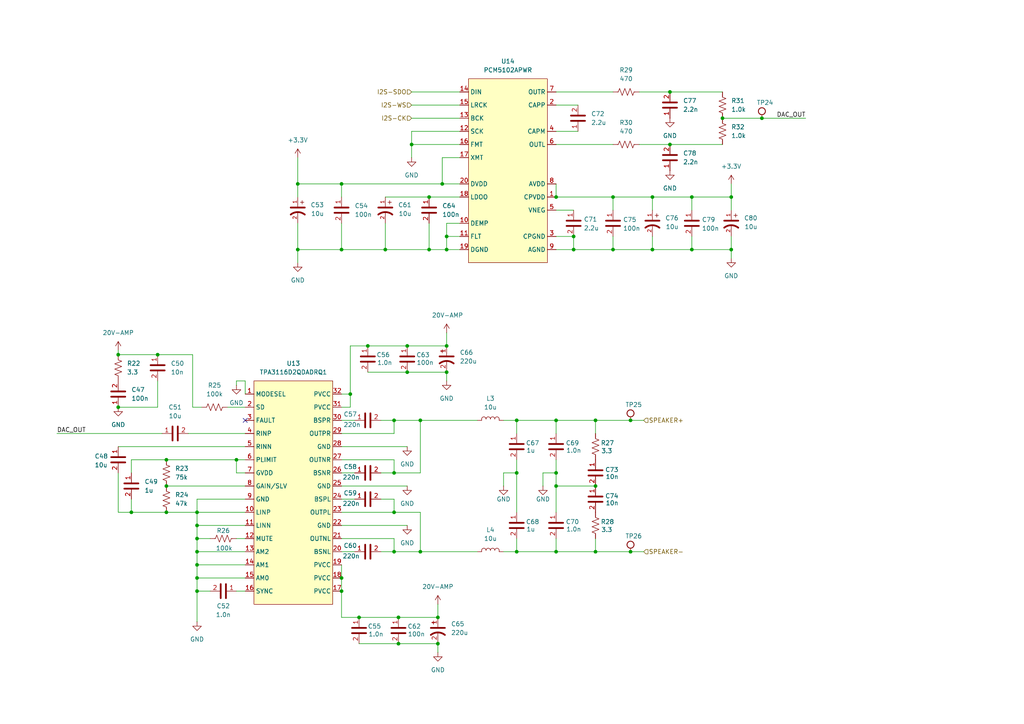
<source format=kicad_sch>
(kicad_sch (version 20250114) (generator "eeschema") (generator_version "9.0")
  (paper "A4")
  (junction (at 68.58 133.35))
  (junction (at 161.29 140.97))
  (junction (at 57.15 148.59))
  (junction (at 194.31 26.67))
  (junction (at 34.29 118.11))
  (junction (at 161.29 121.92))
  (junction (at 86.36 53.34))
  (junction (at 149.86 121.92))
  (junction (at 111.76 72.39))
  (junction (at 220.98 34.29))
  (junction (at 115.57 179.07))
  (junction (at 118.11 100.33))
  (junction (at 129.54 100.33))
  (junction (at 129.54 68.58))
  (junction (at 101.6 114.3))
  (junction (at 57.15 171.45))
  (junction (at 57.15 152.4))
  (junction (at 118.11 107.95))
  (junction (at 99.06 72.39))
  (junction (at 57.15 160.02))
  (junction (at 128.27 53.34))
  (junction (at 57.15 156.21))
  (junction (at 182.88 121.92))
  (junction (at 124.46 72.39))
  (junction (at 194.31 41.91))
  (junction (at 86.36 72.39))
  (junction (at 121.92 160.02))
  (junction (at 166.37 68.58))
  (junction (at 189.23 57.15))
  (junction (at 212.09 72.39))
  (junction (at 104.14 179.07))
  (junction (at 189.23 72.39))
  (junction (at 114.3 121.92))
  (junction (at 161.29 137.16))
  (junction (at 119.38 41.91))
  (junction (at 172.72 140.97))
  (junction (at 99.06 53.34))
  (junction (at 38.1 148.59))
  (junction (at 161.29 160.02))
  (junction (at 34.29 102.87))
  (junction (at 57.15 167.64))
  (junction (at 161.29 57.15))
  (junction (at 45.72 102.87))
  (junction (at 99.06 171.45))
  (junction (at 129.54 72.39))
  (junction (at 149.86 160.02))
  (junction (at 57.15 163.83))
  (junction (at 149.86 137.16))
  (junction (at 114.3 137.16))
  (junction (at 177.8 57.15))
  (junction (at 200.66 72.39))
  (junction (at 166.37 72.39))
  (junction (at 172.72 121.92))
  (junction (at 124.46 57.15))
  (junction (at 48.26 140.97))
  (junction (at 115.57 186.69))
  (junction (at 114.3 148.59))
  (junction (at 129.54 107.95))
  (junction (at 127 186.69))
  (junction (at 48.26 148.59))
  (junction (at 209.55 34.29))
  (junction (at 106.68 100.33))
  (junction (at 212.09 57.15))
  (junction (at 172.72 160.02))
  (junction (at 127 179.07))
  (junction (at 182.88 160.02))
  (junction (at 121.92 121.92))
  (junction (at 99.06 167.64))
  (junction (at 177.8 72.39))
  (junction (at 114.3 160.02))
  (junction (at 200.66 57.15))
  (junction (at 48.26 133.35))
  (no_connect (at 71.12 121.92))
  (wire (pts (xy 48.26 133.35) (xy 68.58 133.35)))
  (wire (pts (xy 129.54 68.58) (xy 129.54 72.39)))
  (wire (pts (xy 110.49 137.16) (xy 114.3 137.16)))
  (wire (pts (xy 172.72 121.92) (xy 172.72 125.73)))
  (wire (pts (xy 146.05 121.92) (xy 149.86 121.92)))
  (wire (pts (xy 128.27 53.34) (xy 133.35 53.34)))
  (wire (pts (xy 121.92 121.92) (xy 114.3 121.92)))
  (wire (pts (xy 129.54 64.77) (xy 129.54 68.58)))
  (wire (pts (xy 68.58 156.21) (xy 71.12 156.21)))
  (wire (pts (xy 34.29 137.16) (xy 34.29 148.59)))
  (wire (pts (xy 86.36 45.72) (xy 86.36 53.34)))
  (wire (pts (xy 172.72 160.02) (xy 182.88 160.02)))
  (wire (pts (xy 115.57 186.69) (xy 127 186.69)))
  (wire (pts (xy 34.29 102.87) (xy 45.72 102.87)))
  (wire (pts (xy 189.23 72.39) (xy 200.66 72.39)))
  (wire (pts (xy 212.09 53.34) (xy 212.09 57.15)))
  (wire (pts (xy 133.35 68.58) (xy 129.54 68.58)))
  (wire (pts (xy 99.06 121.92) (xy 102.87 121.92)))
  (wire (pts (xy 57.15 160.02) (xy 57.15 163.83)))
  (wire (pts (xy 161.29 41.91) (xy 177.8 41.91)))
  (wire (pts (xy 99.06 163.83) (xy 99.06 167.64)))
  (wire (pts (xy 114.3 144.78) (xy 114.3 148.59)))
  (wire (pts (xy 189.23 57.15) (xy 200.66 57.15)))
  (wire (pts (xy 124.46 72.39) (xy 129.54 72.39)))
  (wire (pts (xy 189.23 57.15) (xy 189.23 60.96)))
  (wire (pts (xy 209.55 34.29) (xy 220.98 34.29)))
  (wire (pts (xy 161.29 137.16) (xy 161.29 140.97)))
  (wire (pts (xy 212.09 60.96) (xy 212.09 57.15)))
  (wire (pts (xy 149.86 160.02) (xy 161.29 160.02)))
  (wire (pts (xy 16.51 125.73) (xy 46.99 125.73)))
  (wire (pts (xy 118.11 107.95) (xy 129.54 107.95)))
  (wire (pts (xy 115.57 179.07) (xy 127 179.07)))
  (wire (pts (xy 200.66 60.96) (xy 200.66 57.15)))
  (wire (pts (xy 133.35 57.15) (xy 124.46 57.15)))
  (wire (pts (xy 161.29 133.35) (xy 161.29 137.16)))
  (wire (pts (xy 121.92 121.92) (xy 138.43 121.92)))
  (wire (pts (xy 99.06 53.34) (xy 128.27 53.34)))
  (wire (pts (xy 146.05 160.02) (xy 149.86 160.02)))
  (wire (pts (xy 106.68 100.33) (xy 118.11 100.33)))
  (wire (pts (xy 101.6 118.11) (xy 101.6 114.3)))
  (wire (pts (xy 161.29 140.97) (xy 172.72 140.97)))
  (wire (pts (xy 129.54 96.52) (xy 129.54 100.33)))
  (wire (pts (xy 110.49 144.78) (xy 114.3 144.78)))
  (wire (pts (xy 101.6 100.33) (xy 106.68 100.33)))
  (wire (pts (xy 161.29 26.67) (xy 177.8 26.67)))
  (wire (pts (xy 45.72 118.11) (xy 34.29 118.11)))
  (wire (pts (xy 189.23 68.58) (xy 189.23 72.39)))
  (wire (pts (xy 114.3 137.16) (xy 121.92 137.16)))
  (wire (pts (xy 60.96 171.45) (xy 57.15 171.45)))
  (wire (pts (xy 194.31 26.67) (xy 209.55 26.67)))
  (wire (pts (xy 128.27 45.72) (xy 128.27 53.34)))
  (wire (pts (xy 121.92 137.16) (xy 121.92 121.92)))
  (wire (pts (xy 99.06 171.45) (xy 99.06 179.07)))
  (wire (pts (xy 149.86 137.16) (xy 149.86 148.59)))
  (wire (pts (xy 60.96 156.21) (xy 57.15 156.21)))
  (wire (pts (xy 161.29 140.97) (xy 161.29 148.59)))
  (wire (pts (xy 161.29 57.15) (xy 161.29 53.34)))
  (wire (pts (xy 124.46 57.15) (xy 111.76 57.15)))
  (wire (pts (xy 119.38 41.91) (xy 119.38 45.72)))
  (wire (pts (xy 86.36 64.77) (xy 86.36 72.39)))
  (wire (pts (xy 157.48 137.16) (xy 161.29 137.16)))
  (wire (pts (xy 124.46 64.77) (xy 124.46 72.39)))
  (wire (pts (xy 99.06 114.3) (xy 101.6 114.3)))
  (wire (pts (xy 114.3 148.59) (xy 121.92 148.59)))
  (wire (pts (xy 177.8 72.39) (xy 189.23 72.39)))
  (wire (pts (xy 86.36 53.34) (xy 99.06 53.34)))
  (wire (pts (xy 99.06 53.34) (xy 99.06 57.15)))
  (wire (pts (xy 161.29 160.02) (xy 172.72 160.02)))
  (wire (pts (xy 166.37 68.58) (xy 166.37 72.39)))
  (wire (pts (xy 54.61 125.73) (xy 71.12 125.73)))
  (wire (pts (xy 68.58 111.76) (xy 68.58 110.49)))
  (wire (pts (xy 200.66 72.39) (xy 212.09 72.39)))
  (wire (pts (xy 161.29 60.96) (xy 166.37 60.96)))
  (wire (pts (xy 99.06 133.35) (xy 114.3 133.35)))
  (wire (pts (xy 161.29 125.73) (xy 161.29 121.92)))
  (wire (pts (xy 45.72 102.87) (xy 55.88 102.87)))
  (wire (pts (xy 194.31 41.91) (xy 209.55 41.91)))
  (wire (pts (xy 220.98 34.29) (xy 233.68 34.29)))
  (wire (pts (xy 99.06 137.16) (xy 102.87 137.16)))
  (wire (pts (xy 121.92 160.02) (xy 138.43 160.02)))
  (wire (pts (xy 48.26 140.97) (xy 71.12 140.97)))
  (wire (pts (xy 71.12 110.49) (xy 71.12 114.3)))
  (wire (pts (xy 55.88 118.11) (xy 58.42 118.11)))
  (wire (pts (xy 177.8 57.15) (xy 177.8 60.96)))
  (wire (pts (xy 119.38 26.67) (xy 133.35 26.67)))
  (wire (pts (xy 86.36 53.34) (xy 86.36 57.15)))
  (wire (pts (xy 149.86 160.02) (xy 149.86 156.21)))
  (wire (pts (xy 119.38 34.29) (xy 133.35 34.29)))
  (wire (pts (xy 185.42 26.67) (xy 194.31 26.67)))
  (wire (pts (xy 133.35 45.72) (xy 128.27 45.72)))
  (wire (pts (xy 99.06 144.78) (xy 102.87 144.78)))
  (wire (pts (xy 182.88 160.02) (xy 186.69 160.02)))
  (wire (pts (xy 99.06 129.54) (xy 118.11 129.54)))
  (wire (pts (xy 161.29 72.39) (xy 166.37 72.39)))
  (wire (pts (xy 104.14 186.69) (xy 115.57 186.69)))
  (wire (pts (xy 114.3 160.02) (xy 110.49 160.02)))
  (wire (pts (xy 114.3 125.73) (xy 114.3 121.92)))
  (wire (pts (xy 121.92 148.59) (xy 121.92 160.02)))
  (wire (pts (xy 127 189.23) (xy 127 186.69)))
  (wire (pts (xy 38.1 133.35) (xy 38.1 137.16)))
  (wire (pts (xy 99.06 64.77) (xy 99.06 72.39)))
  (wire (pts (xy 161.29 30.48) (xy 167.64 30.48)))
  (wire (pts (xy 119.38 38.1) (xy 119.38 41.91)))
  (wire (pts (xy 127 175.26) (xy 127 179.07)))
  (wire (pts (xy 149.86 121.92) (xy 149.86 125.73)))
  (wire (pts (xy 71.12 144.78) (xy 57.15 144.78)))
  (wire (pts (xy 99.06 160.02) (xy 102.87 160.02)))
  (wire (pts (xy 66.04 118.11) (xy 71.12 118.11)))
  (wire (pts (xy 57.15 167.64) (xy 57.15 163.83)))
  (wire (pts (xy 161.29 160.02) (xy 161.29 156.21)))
  (wire (pts (xy 118.11 100.33) (xy 129.54 100.33)))
  (wire (pts (xy 57.15 171.45) (xy 57.15 167.64)))
  (wire (pts (xy 57.15 144.78) (xy 57.15 148.59)))
  (wire (pts (xy 114.3 148.59) (xy 99.06 148.59)))
  (wire (pts (xy 68.58 110.49) (xy 71.12 110.49)))
  (wire (pts (xy 161.29 121.92) (xy 149.86 121.92)))
  (wire (pts (xy 111.76 72.39) (xy 124.46 72.39)))
  (wire (pts (xy 106.68 107.95) (xy 118.11 107.95)))
  (wire (pts (xy 38.1 133.35) (xy 48.26 133.35)))
  (wire (pts (xy 71.12 160.02) (xy 57.15 160.02)))
  (wire (pts (xy 57.15 156.21) (xy 57.15 160.02)))
  (wire (pts (xy 57.15 180.34) (xy 57.15 171.45)))
  (wire (pts (xy 57.15 167.64) (xy 71.12 167.64)))
  (wire (pts (xy 110.49 121.92) (xy 114.3 121.92)))
  (wire (pts (xy 34.29 148.59) (xy 38.1 148.59)))
  (wire (pts (xy 133.35 41.91) (xy 119.38 41.91)))
  (wire (pts (xy 212.09 72.39) (xy 212.09 74.93)))
  (wire (pts (xy 55.88 102.87) (xy 55.88 118.11)))
  (wire (pts (xy 71.12 137.16) (xy 68.58 137.16)))
  (wire (pts (xy 86.36 72.39) (xy 86.36 76.2)))
  (wire (pts (xy 200.66 57.15) (xy 212.09 57.15)))
  (wire (pts (xy 57.15 152.4) (xy 57.15 156.21)))
  (wire (pts (xy 57.15 148.59) (xy 71.12 148.59)))
  (wire (pts (xy 212.09 72.39) (xy 212.09 68.58)))
  (wire (pts (xy 99.06 167.64) (xy 99.06 171.45)))
  (wire (pts (xy 161.29 68.58) (xy 166.37 68.58)))
  (wire (pts (xy 133.35 38.1) (xy 119.38 38.1)))
  (wire (pts (xy 177.8 68.58) (xy 177.8 72.39)))
  (wire (pts (xy 38.1 144.78) (xy 38.1 148.59)))
  (wire (pts (xy 133.35 64.77) (xy 129.54 64.77)))
  (wire (pts (xy 161.29 57.15) (xy 177.8 57.15)))
  (wire (pts (xy 99.06 125.73) (xy 114.3 125.73)))
  (wire (pts (xy 57.15 148.59) (xy 57.15 152.4)))
  (wire (pts (xy 68.58 133.35) (xy 71.12 133.35)))
  (wire (pts (xy 99.06 156.21) (xy 114.3 156.21)))
  (wire (pts (xy 146.05 137.16) (xy 149.86 137.16)))
  (wire (pts (xy 71.12 129.54) (xy 34.29 129.54)))
  (wire (pts (xy 86.36 72.39) (xy 99.06 72.39)))
  (wire (pts (xy 99.06 72.39) (xy 111.76 72.39)))
  (wire (pts (xy 99.06 140.97) (xy 118.11 140.97)))
  (wire (pts (xy 99.06 179.07) (xy 104.14 179.07)))
  (wire (pts (xy 149.86 133.35) (xy 149.86 137.16)))
  (wire (pts (xy 45.72 110.49) (xy 45.72 118.11)))
  (wire (pts (xy 129.54 72.39) (xy 133.35 72.39)))
  (wire (pts (xy 129.54 110.49) (xy 129.54 107.95)))
  (wire (pts (xy 111.76 64.77) (xy 111.76 72.39)))
  (wire (pts (xy 101.6 114.3) (xy 101.6 100.33)))
  (wire (pts (xy 119.38 30.48) (xy 133.35 30.48)))
  (wire (pts (xy 182.88 121.92) (xy 186.69 121.92)))
  (wire (pts (xy 57.15 152.4) (xy 71.12 152.4)))
  (wire (pts (xy 114.3 156.21) (xy 114.3 160.02)))
  (wire (pts (xy 200.66 68.58) (xy 200.66 72.39)))
  (wire (pts (xy 68.58 137.16) (xy 68.58 133.35)))
  (wire (pts (xy 157.48 137.16) (xy 157.48 140.97)))
  (wire (pts (xy 34.29 101.6) (xy 34.29 102.87)))
  (wire (pts (xy 177.8 57.15) (xy 189.23 57.15)))
  (wire (pts (xy 104.14 179.07) (xy 115.57 179.07)))
  (wire (pts (xy 48.26 148.59) (xy 57.15 148.59)))
  (wire (pts (xy 172.72 160.02) (xy 172.72 156.21)))
  (wire (pts (xy 161.29 121.92) (xy 172.72 121.92)))
  (wire (pts (xy 57.15 163.83) (xy 71.12 163.83)))
  (wire (pts (xy 114.3 133.35) (xy 114.3 137.16)))
  (wire (pts (xy 146.05 137.16) (xy 146.05 140.97)))
  (wire (pts (xy 185.42 41.91) (xy 194.31 41.91)))
  (wire (pts (xy 172.72 121.92) (xy 182.88 121.92)))
  (wire (pts (xy 161.29 38.1) (xy 167.64 38.1)))
  (wire (pts (xy 99.06 118.11) (xy 101.6 118.11)))
  (wire (pts (xy 121.92 160.02) (xy 114.3 160.02)))
  (wire (pts (xy 38.1 148.59) (xy 48.26 148.59)))
  (wire (pts (xy 68.58 171.45) (xy 71.12 171.45)))
  (wire (pts (xy 99.06 152.4) (xy 118.11 152.4)))
  (wire (pts (xy 166.37 72.39) (xy 177.8 72.39)))
  (label "DAC_OUT" (at 233.68 34.29 180))
  (label "DAC_OUT" (at 16.51 125.73 0))
  (hierarchical_label "I2S-CK" (shape input) (at 119.38 34.29 180))
  (hierarchical_label "I2S-SDO" (shape input) (at 119.38 26.67 180))
  (hierarchical_label "SPEAKER-" (shape input) (at 186.69 160.02 0))
  (hierarchical_label "I2S-WS" (shape input) (at 119.38 30.48 180))
  (hierarchical_label "SPEAKER+" (shape input) (at 186.69 121.92 0))
  (symbol (lib_id "power:GND") (at 194.31 49.53 0) (unit 1)
    (property "Reference" "#PWR098" (effects (hide yes)))
    (property "Value" "GND" (at 194.31 54.61 0))
    (property "Description" "Power symbol creates a global label with name \"GND\" , ground" (effects (hide yes)))
  )
  (symbol (lib_id "power:GND") (at 129.54 110.49 0) (unit 1)
    (property "Reference" "#PWR094" (effects (hide yes)))
    (property "Value" "GND" (at 129.54 115.57 0))
    (property "Description" "Power symbol creates a global label with name \"GND\" , ground" (effects (hide yes)))
  )
  (symbol (lib_id "BFR Capacitors:06035C104KAT2A") (at 99.06 60.96 0) (unit 1)
    (property "Reference" "C54" (at 102.87 59.6899 0) (effects (justify left)))
    (property "Value" "100n" (at 102.87 62.2299 0) (effects (justify left)))
    (property "Footprint" "Capacitor_SMD:C_0603_1608Metric_Pad1.08x0.95mm_HandSolder" (effects (hide yes)))
    (property "Description" "100nF±10% X7R 16V JLCPCB Basic 0603 Capacitor" (effects (hide yes)))
    (property "Sim.Device" "SUBCKT" (effects (hide yes)))
    (property "Sim.Pins" "1=P1 2=P2" (effects (hide yes)))
    (property "Sim.Library" "${BFRUH_DIR}/Electronics/spice_models/bfr_capacitors/06035C104KAT2A.lib" (effects (hide yes)))
    (property "Sim.Name" "06035C104KAT2A" (effects (hide yes)))
    (property "Pretty Name" "100nF 16V 0603 Capacitor" (effects (hide yes)))
    (property "Order From" "LCSC" (effects (hide yes)))
    (property "Digikey P/N" "478-KGM15BR71H104KTCT-ND" (effects (hide yes)))
    (property "Mouser P/N" "581-06035C104KAT2A" (effects (hide yes)))
    (property "LCSC P/N" "C14663" (effects (hide yes)))
    (property "JLCPCB Basic Part" "Yes" (effects (hide yes)))
    (property "Created by" "capacitor_generator.py script using capacitor_bible_spec.txt" (effects (hide yes)))
  )
  (symbol (lib_id "bfr_capacitors:CL21A225KBQNNNE") (at 166.37 64.77 0) (unit 1)
    (property "Reference" "C71" (at 169.3266 63.6209 0) (effects (justify left)))
    (property "Value" "2.2u" (at 169.3266 66.1609 0) (effects (justify left)))
    (property "Footprint" "Capacitor_SMD:C_0805_2012Metric_Pad1.18x1.45mm_HandSolder" (effects (hide yes)))
    (property "Description" "2.2uF±10% X5R 50V JLCPCB Basic 0805 Capacitor" (effects (hide yes)))
    (property "Sim.Device" "SUBCKT" (effects (hide yes)))
    (property "Sim.Pins" "1=P1 2=P2" (effects (hide yes)))
    (property "Sim.Library" "${BFRUH_DIR}/Electronics/spice_models/bfr_capacitors/CL21A225KBQNNNE.lib" (effects (hide yes)))
    (property "Sim.Name" "CL21A225KBQNNNE" (effects (hide yes)))
    (property "Pretty Name" "2.2uF X5R 50V 0805 Capacitor" (effects (hide yes)))
    (property "Order From" "LCSC" (effects (hide yes)))
    (property "LCSC P/N" "C377773" (effects (hide yes)))
    (property "JLCPCB Basic Part" "Yes" (effects (hide yes)))
    (property "Created by" "capacitor_generator.py script using jlcbasic_additional_capacitor_spec.txt" (effects (hide yes)))
    (property "LCSC Part #" "C377773" (effects (hide yes)))
  )
  (symbol (lib_name "TAJA106K016RNJ_1") (lib_id ".Capacitor-Polarized:TAJA106K016RNJ") (at 189.23 68.58 270) (mirror x) (unit 1)
    (property "Reference" "C76" (at 196.85 63.246 90) (effects (justify right)))
    (property "Value" "10u" (at 196.85 65.786 90) (effects (justify right)))
    (property "Footprint" "Capacitor_THT:CP_Radial_D10.0mm_P5.00mm" (effects (hide yes)))
    (property "Datasheet" "https://industrial.panasonic.com/cdbs/www-data/pdf/RDF0000/ABA0000C1024.pdf" (effects (hide yes)))
    (property "Description" "10uF 400V electrolytic capacitor" (effects (hide yes)))
    (property "Manufacturer" "Panasonic" (effects (hide yes)))
    (property "Manufacturer P/N" "EEU-EB2G100PF " (effects (hide yes)))
    (property "Mouser P/N" "667-EEU-EB2G100PF " (effects (hide yes)))
  )
  (symbol (lib_id "bfr_capacitors:08055A103JAT2A") (at 172.72 144.78 0) (unit 1)
    (property "Reference" "C74" (at 175.514 143.129 0) (effects (justify left top)))
    (property "Value" "10n" (at 175.641 145.161 0) (effects (justify left top)))
    (property "Footprint" "Capacitor_SMD:C_0805_2012Metric_Pad1.18x1.45mm_HandSolder" (effects (hide yes)))
    (property "Description" "10nF±10% X7R 50V JLCPCB Basic 0805 Capacitor" (effects (hide yes)))
    (property "Sim.Device" "SUBCKT" (effects (hide yes)))
    (property "Sim.Pins" "1=P1 2=P2" (effects (hide yes)))
    (property "Sim.Library" "${BFRUH_DIR}/Electronics/spice_models/bfr_capacitors/08055A103JAT2A.lib" (effects (hide yes)))
    (property "Sim.Name" "08055A103JAT2A" (effects (hide yes)))
    (property "Pretty Name" "10nF 50V 0805 Capacitor" (effects (hide yes)))
    (property "Order From" "LCSC" (effects (hide yes)))
    (property "Digikey P/N" "478-KGM21ACG1H103JUCT-ND" (effects (hide yes)))
    (property "Mouser P/N" "581-08055A103JAT2A" (effects (hide yes)))
    (property "LCSC P/N" "C1710" (effects (hide yes)))
    (property "JLCPCB Basic Part" "Yes" (effects (hide yes)))
    (property "Created by" "capacitor_generator.py script using capacitor_bible_spec.txt" (effects (hide yes)))
    (property "LCSC Part #" "C1710" (effects (hide yes)))
  )
  (symbol (lib_id "BFR Capacitors:06035A222JAT2A") (at 194.31 45.72 180) (unit 1)
    (property "Reference" "C78" (at 198.12 44.4499 0) (effects (justify right)))
    (property "Value" "2.2n" (at 198.12 46.9899 0) (effects (justify right)))
    (property "Footprint" "Capacitor_SMD:C_0603_1608Metric_Pad1.08x0.95mm_HandSolder" (effects (hide yes)))
    (property "Description" "2.2nF±10% X7R 50V JLCPCB Basic 0603 Capacitor" (effects (hide yes)))
    (property "Sim.Device" "SUBCKT" (effects (hide yes)))
    (property "Sim.Pins" "1=P1 2=P2" (effects (hide yes)))
    (property "Sim.Library" "${BFRUH_DIR}/Electronics/spice_models/bfr_capacitors/06035A222JAT2A.lib" (effects (hide yes)))
    (property "Sim.Name" "06035A222JAT2A" (effects (hide yes)))
    (property "Pretty Name" "2.2nF 50V 0603 Capacitor" (effects (hide yes)))
    (property "Order From" "LCSC" (effects (hide yes)))
    (property "Digikey P/N" "478-KGM15BCG1H222JTCT-ND" (effects (hide yes)))
    (property "Mouser P/N" "581-06035A222JAT2A" (effects (hide yes)))
    (property "LCSC P/N" "C1604" (effects (hide yes)))
    (property "JLCPCB Basic Part" "Yes" (effects (hide yes)))
    (property "Created by" "capacitor_generator.py script using capacitor_bible_spec.txt" (effects (hide yes)))
  )
  (symbol (lib_id ".Test-Point:RH-5015") (at 220.98 34.29 0) (unit 1)
    (property "Reference" "TP24" (at 219.4568 29.0337 0) (effects (justify left top)))
    (property "Value" "RH-5015" (effects (hide yes)))
    (property "Footprint" "TestPoint:TestPoint_Keystone_5015_Micro_Mini" (effects (hide yes)))
    (property "Datasheet" "https://wmsc.lcsc.com/wmsc/upload/file/pdf/v2/lcsc/2310260935_ronghe-RH-5015_C5199798.pdf" (effects (hide yes)))
    (property "Description" "Surface-mount grabby test point" (effects (hide yes)))
    (property "Link" "https://jlcpcb.com/partdetail/Ronghe-RH5015/C5199798" (effects (hide yes)))
    (property "Digikey P/N" "36-5015CT-ND" (effects (hide yes)))
    (property "Mouser P/N" "534-5015" (effects (hide yes)))
    (property "LCSC P/N" "C5199798" (effects (hide yes)))
    (property "Manufacturer" "Ronghe" (effects (hide yes)))
    (property "Manufacturer P/N" "RH-5015" (effects (hide yes)))
    (property "LCSC Part #" "C5199798" (effects (hide yes)))
  )
  (symbol (lib_id "BFR Capacitors:35ZLH220MEFC8X11.5") (at 129.54 104.14 0) (unit 1)
    (property "Reference" "C66" (at 133.35 102.2349 0) (effects (justify left)))
    (property "Value" "220u" (at 133.35 104.7749 0) (effects (justify left)))
    (property "Footprint" "Capacitor_THT:CP_Radial_D10.0mm_P5.00mm" (effects (hide yes)))
    (property "Datasheet" "https://industrial.panasonic.com/cdbs/www-data/pdf/RDF0000/ABA0000C1018.pdf" (effects (hide yes)))
    (property "Description" "220uF 50V Through-hole Electrolytic Capacitor" (effects (hide yes)))
    (property "Order From" "Mouser" (effects (hide yes)))
    (property "P/N" "EEU-FM1H221B " (effects (hide yes)))
    (property "Mouser P/N" "667-EEU-FM1H221B " (effects (hide yes)))
  )
  (symbol (lib_id "power:VDD") (at 129.54 96.52 0) (unit 1)
    (property "Reference" "#PWR093" (effects (hide yes)))
    (property "Value" "20V-AMP" (at 129.794 91.44 0))
    (property "Description" "Power symbol creates a global label with name \"VDD\"" (effects (hide yes)))
  )
  (symbol (lib_id "BFR Capacitors:CL10A105KB8NNNC") (at 38.1 140.97 0) (unit 1)
    (property "Reference" "C49" (at 41.91 139.6999 0) (effects (justify left)))
    (property "Value" "1u" (at 41.91 142.2399 0) (effects (justify left)))
    (property "Footprint" "Capacitor_SMD:C_0603_1608Metric_Pad1.08x0.95mm_HandSolder" (effects (hide yes)))
    (property "Description" "1uF±10% X5R 50V JLCPCB Basic 0603 Capacitor" (effects (hide yes)))
    (property "Sim.Device" "SUBCKT" (effects (hide yes)))
    (property "Sim.Pins" "1=P1 2=P2" (effects (hide yes)))
    (property "Sim.Library" "${BFRUH_DIR}/Electronics/spice_models/bfr_capacitors/CL10A105KB8NNNC.lib" (effects (hide yes)))
    (property "Sim.Name" "CL10A105KB8NNNC" (effects (hide yes)))
    (property "Pretty Name" "1uF X5R 50V 0603 Capacitor" (effects (hide yes)))
    (property "Order From" "LCSC" (effects (hide yes)))
    (property "LCSC P/N" "C15849" (effects (hide yes)))
    (property "JLCPCB Basic Part" "Yes" (effects (hide yes)))
    (property "Created by" "capacitor_generator.py script using jlcbasic_additional_capacitor_spec.txt" (effects (hide yes)))
  )
  (symbol (lib_name "TAJA106K016RNJ_1") (lib_id ".Capacitor-Polarized:TAJA106K016RNJ") (at 86.36 64.77 270) (mirror x) (unit 1)
    (property "Reference" "C53" (at 93.98 59.436 90) (effects (justify right)))
    (property "Value" "10u" (at 93.98 61.976 90) (effects (justify right)))
    (property "Footprint" "Capacitor_THT:CP_Radial_D10.0mm_P5.00mm" (effects (hide yes)))
    (property "Datasheet" "https://industrial.panasonic.com/cdbs/www-data/pdf/RDF0000/ABA0000C1024.pdf" (effects (hide yes)))
    (property "Description" "10uF 400V electrolytic capacitor" (effects (hide yes)))
    (property "Manufacturer" "Panasonic" (effects (hide yes)))
    (property "Manufacturer P/N" "EEU-EB2G100PF " (effects (hide yes)))
    (property "Mouser P/N" "667-EEU-EB2G100PF " (effects (hide yes)))
  )
  (symbol (lib_id "BFR Resistors:RMCF0603FT470R") (at 181.61 41.91 0) (unit 1)
    (property "Reference" "R30" (at 181.61 35.56 0))
    (property "Value" "470" (at 181.61 38.1 0))
    (property "Footprint" "Resistor_SMD:R_0603_1608Metric_Pad0.98x0.95mm_HandSolder" (effects (hide yes)))
    (property "Datasheet" "https://www.seielect.com/catalog/sei-rmcf_rmcp.pdf" (effects (hide yes)))
    (property "Description" "470Ω 0603 JLCPCB Basic Resistor" (effects (hide yes)))
    (property "Sim.Device" "SUBCKT" (effects (hide yes)))
    (property "Sim.Pins" "1=P1 2=P2" (effects (hide yes)))
    (property "Sim.Library" "${BFRUH_DIR}/Electronics/spice_models/bfr_resistors/RMCF0603FT470R.lib" (effects (hide yes)))
    (property "Sim.Name" "RMCF0603FT470R" (effects (hide yes)))
    (property "Pretty Name" "470Ω 0603 Resistor" (effects (hide yes)))
    (property "Order From" "LCSC" (effects (hide yes)))
    (property "Digikey P/N" "RMCF0603FT470RCT-ND" (effects (hide yes)))
    (property "Mouser P/N" "708-RMCF0603FT470R" (effects (hide yes)))
    (property "LCSC P/N" "C23179" (effects (hide yes)))
    (property "JLCPCB Basic Part" "Yes" (effects (hide yes)))
    (property "Created by" "resistor_generator.py script using e24_resistor_bible_spec.txt" (effects (hide yes)))
  )
  (symbol (lib_id "power:GND") (at 127 189.23 0) (unit 1)
    (property "Reference" "#PWR092" (effects (hide yes)))
    (property "Value" "GND" (at 127 194.31 0))
    (property "Description" "Power symbol creates a global label with name \"GND\" , ground" (effects (hide yes)))
  )
  (symbol (lib_id "BFR Capacitors:06035C224KAT2A") (at 106.68 160.02 90) (unit 1)
    (property "Reference" "C60" (at 101.6 158.242 90))
    (property "Value" "220n" (at 101.854 161.29 90))
    (property "Footprint" "Capacitor_SMD:C_0603_1608Metric_Pad1.08x0.95mm_HandSolder" (effects (hide yes)))
    (property "Description" "220nF±10% X7R 16V JLCPCB Basic 0603 Capacitor" (effects (hide yes)))
    (property "Sim.Device" "SUBCKT" (effects (hide yes)))
    (property "Sim.Pins" "1=P1 2=P2" (effects (hide yes)))
    (property "Sim.Library" "${BFRUH_DIR}/Electronics/spice_models/bfr_capacitors/06035C224KAT2A.lib" (effects (hide yes)))
    (property "Sim.Name" "06035C224KAT2A" (effects (hide yes)))
    (property "Pretty Name" "220nF 16V 0603 Capacitor" (effects (hide yes)))
    (property "Order From" "LCSC" (effects (hide yes)))
    (property "Digikey P/N" "478-KGM15BR71H224KTCT-ND" (effects (hide yes)))
    (property "Mouser P/N" "581-06035C224KAT2A" (effects (hide yes)))
    (property "LCSC P/N" "C21120" (effects (hide yes)))
    (property "JLCPCB Basic Part" "Yes" (effects (hide yes)))
    (property "Created by" "capacitor_generator.py script using capacitor_bible_spec.txt" (effects (hide yes)))
  )
  (symbol (lib_id "BFR Capacitors:VJ0603Y103KXAAC") (at 45.72 106.68 0) (unit 1)
    (property "Reference" "C50" (at 49.53 105.4099 0) (effects (justify left)))
    (property "Value" "10n" (at 49.53 107.9499 0) (effects (justify left)))
    (property "Footprint" "Capacitor_SMD:C_0603_1608Metric_Pad1.08x0.95mm_HandSolder" (effects (hide yes)))
    (property "Description" "10nF±10% X7R 25V JLCPCB Basic 0603 Capacitor" (effects (hide yes)))
    (property "Sim.Device" "SUBCKT" (effects (hide yes)))
    (property "Sim.Pins" "1=P1 2=P2" (effects (hide yes)))
    (property "Sim.Library" "${BFRUH_DIR}/Electronics/spice_models/bfr_capacitors/VJ0603Y103KXAAC.lib" (effects (hide yes)))
    (property "Sim.Name" "VJ0603Y103KXAAC" (effects (hide yes)))
    (property "Pretty Name" "10nF 25V 0603 Capacitor" (effects (hide yes)))
    (property "Order From" "LCSC" (effects (hide yes)))
    (property "Digikey P/N" "720-1376-1-ND" (effects (hide yes)))
    (property "Mouser P/N" "77-VJ0603Y103KXAAC" (effects (hide yes)))
    (property "LCSC P/N" "C57112" (effects (hide yes)))
    (property "JLCPCB Basic Part" "Yes" (effects (hide yes)))
    (property "Created by" "capacitor_generator.py script using capacitor_bible_spec.txt" (effects (hide yes)))
  )
  (symbol (lib_id ".Test-Point:RH-5015") (at 182.88 160.02 0) (unit 1)
    (property "Reference" "TP26" (at 181.3568 154.7637 0) (effects (justify left top)))
    (property "Value" "RH-5015" (effects (hide yes)))
    (property "Footprint" "TestPoint:TestPoint_Keystone_5015_Micro_Mini" (effects (hide yes)))
    (property "Datasheet" "https://wmsc.lcsc.com/wmsc/upload/file/pdf/v2/lcsc/2310260935_ronghe-RH-5015_C5199798.pdf" (effects (hide yes)))
    (property "Description" "Surface-mount grabby test point" (effects (hide yes)))
    (property "Link" "https://jlcpcb.com/partdetail/Ronghe-RH5015/C5199798" (effects (hide yes)))
    (property "Digikey P/N" "36-5015CT-ND" (effects (hide yes)))
    (property "Mouser P/N" "534-5015" (effects (hide yes)))
    (property "LCSC P/N" "C5199798" (effects (hide yes)))
    (property "Manufacturer" "Ronghe" (effects (hide yes)))
    (property "Manufacturer P/N" "RH-5015" (effects (hide yes)))
    (property "LCSC Part #" "C5199798" (effects (hide yes)))
  )
  (symbol (lib_id "power:GND") (at 34.29 118.11 0) (unit 1)
    (property "Reference" "#PWR082" (effects (hide yes)))
    (property "Value" "GND" (at 34.29 123.19 0))
    (property "Description" "Power symbol creates a global label with name \"GND\" , ground" (effects (hide yes)))
  )
  (symbol (lib_id ".Test-Point:RH-5015") (at 182.88 121.92 0) (unit 1)
    (property "Reference" "TP25" (at 181.3568 116.6637 0) (effects (justify left top)))
    (property "Value" "RH-5015" (effects (hide yes)))
    (property "Footprint" "TestPoint:TestPoint_Keystone_5015_Micro_Mini" (effects (hide yes)))
    (property "Datasheet" "https://wmsc.lcsc.com/wmsc/upload/file/pdf/v2/lcsc/2310260935_ronghe-RH-5015_C5199798.pdf" (effects (hide yes)))
    (property "Description" "Surface-mount grabby test point" (effects (hide yes)))
    (property "Link" "https://jlcpcb.com/partdetail/Ronghe-RH5015/C5199798" (effects (hide yes)))
    (property "Digikey P/N" "36-5015CT-ND" (effects (hide yes)))
    (property "Mouser P/N" "534-5015" (effects (hide yes)))
    (property "LCSC P/N" "C5199798" (effects (hide yes)))
    (property "Manufacturer" "Ronghe" (effects (hide yes)))
    (property "Manufacturer P/N" "RH-5015" (effects (hide yes)))
    (property "LCSC Part #" "C5199798" (effects (hide yes)))
  )
  (symbol (lib_id "bfr_resistors:RMCF0805FT3R30") (at 172.72 152.4 90) (unit 1)
    (property "Reference" "R28" (at 174.244 150.622 90) (effects (justify right bottom)))
    (property "Value" "3.3" (at 174.371 152.908 90) (effects (justify right bottom)))
    (property "Footprint" "Resistor_SMD:R_0805_2012Metric_Pad1.20x1.40mm_HandSolder" (effects (hide yes)))
    (property "Datasheet" "https://www.seielect.com/catalog/sei-rmcf_rmcp.pdf" (effects (hide yes)))
    (property "Description" "3.3Ω 0805 Resistor" (effects (hide yes)))
    (property "Sim.Device" "SUBCKT" (effects (hide yes)))
    (property "Sim.Pins" "1=P1 2=P2" (effects (hide yes)))
    (property "Sim.Library" "${BFRUH_DIR}/Electronics/spice_models/bfr_resistors/RMCF0805FT3R30.lib" (effects (hide yes)))
    (property "Sim.Name" "RMCF0805FT3R30" (effects (hide yes)))
    (property "Pretty Name" "3.3Ω 0805 Resistor" (effects (hide yes)))
    (property "Order From" "Mouser" (effects (hide yes)))
    (property "Digikey P/N" "RMCF0805FT3R30CT-ND" (effects (hide yes)))
    (property "Mouser P/N" "708-RMCF0805FT3R30" (effects (hide yes)))
    (property "LCSC P/N" "C16257" (effects (hide yes)))
    (property "JLCPCB Basic Part" "No" (effects (hide yes)))
    (property "Created by" "resistor_generator.py script using e24_resistor_bible_spec.txt" (effects (hide yes)))
    (property "LCSC Part #" "C16257" (effects (hide yes)))
  )
  (symbol (lib_id "power:+3.3V") (at 86.36 45.72 0) (unit 1)
    (property "Reference" "#PWR085" (effects (hide yes)))
    (property "Value" "+3.3V" (at 86.36 40.64 0))
    (property "Description" "Power symbol creates a global label with name \"+3.3V\"" (effects (hide yes)))
  )
  (symbol (lib_id "BFR Resistors:RMCF0603FT1K00") (at 209.55 38.1 90) (unit 1)
    (property "Reference" "R32" (at 212.09 36.8299 90) (effects (justify right)))
    (property "Value" "1.0k" (at 212.09 39.3699 90) (effects (justify right)))
    (property "Footprint" "Resistor_SMD:R_0603_1608Metric_Pad0.98x0.95mm_HandSolder" (effects (hide yes)))
    (property "Datasheet" "https://www.seielect.com/catalog/sei-rmcf_rmcp.pdf" (effects (hide yes)))
    (property "Description" "1.0kΩ 0603 JLCPCB Basic Resistor" (effects (hide yes)))
    (property "Sim.Device" "SUBCKT" (effects (hide yes)))
    (property "Sim.Pins" "1=P1 2=P2" (effects (hide yes)))
    (property "Sim.Library" "${BFRUH_DIR}/Electronics/spice_models/bfr_resistors/RMCF0603FT1K00.lib" (effects (hide yes)))
    (property "Sim.Name" "RMCF0603FT1K00" (effects (hide yes)))
    (property "Pretty Name" "1.0kΩ 0603 Resistor" (effects (hide yes)))
    (property "Order From" "LCSC" (effects (hide yes)))
    (property "Digikey P/N" "RMCF0603FT1K00CT-ND" (effects (hide yes)))
    (property "Mouser P/N" "708-RMCF0603FT1K00" (effects (hide yes)))
    (property "LCSC P/N" "C21190" (effects (hide yes)))
    (property "JLCPCB Basic Part" "Yes" (effects (hide yes)))
    (property "Created by" "resistor_generator.py script using e24_resistor_bible_spec.txt" (effects (hide yes)))
  )
  (symbol (lib_id "bfr_capacitors:08055C102JAT4A") (at 161.29 129.54 0) (unit 1)
    (property "Reference" "C69" (at 164.084 127.762 0) (effects (justify left top)))
    (property "Value" "1.0n" (at 164.211 129.921 0) (effects (justify left top)))
    (property "Footprint" "Capacitor_SMD:C_0805_2012Metric_Pad1.18x1.45mm_HandSolder" (effects (hide yes)))
    (property "Description" "1.0nF±10% X7R 50V JLCPCB Basic 0805 Capacitor" (effects (hide yes)))
    (property "Sim.Device" "SUBCKT" (effects (hide yes)))
    (property "Sim.Pins" "1=P1 2=P2" (effects (hide yes)))
    (property "Sim.Library" "${BFRUH_DIR}/Electronics/spice_models/bfr_capacitors/08055C102JAT4A.lib" (effects (hide yes)))
    (property "Sim.Name" "08055C102JAT4A" (effects (hide yes)))
    (property "Pretty Name" "1.0nF 50V 0805 Capacitor" (effects (hide yes)))
    (property "Order From" "LCSC" (effects (hide yes)))
    (property "Digikey P/N" "478-KGM21NR71H102JMCT-ND" (effects (hide yes)))
    (property "Mouser P/N" "581-08055C102JAT4A" (effects (hide yes)))
    (property "LCSC P/N" "C46653" (effects (hide yes)))
    (property "JLCPCB Basic Part" "Yes" (effects (hide yes)))
    (property "Created by" "capacitor_generator.py script using capacitor_bible_spec.txt" (effects (hide yes)))
    (property "LCSC Part #" "C46653" (effects (hide yes)))
  )
  (symbol (lib_id "bfr_capacitors:08055C102JAT4A") (at 104.14 182.88 0) (unit 1)
    (property "Reference" "C55" (at 106.6658 180.9239 0) (effects (justify left top)))
    (property "Value" "1.0n" (at 106.845 183.2085 0) (effects (justify left top)))
    (property "Footprint" "Capacitor_SMD:C_0805_2012Metric_Pad1.18x1.45mm_HandSolder" (effects (hide yes)))
    (property "Description" "1.0nF±10% X7R 50V JLCPCB Basic 0805 Capacitor" (effects (hide yes)))
    (property "Sim.Device" "SUBCKT" (effects (hide yes)))
    (property "Sim.Pins" "1=P1 2=P2" (effects (hide yes)))
    (property "Sim.Library" "${BFRUH_DIR}/Electronics/spice_models/bfr_capacitors/08055C102JAT4A.lib" (effects (hide yes)))
    (property "Sim.Name" "08055C102JAT4A" (effects (hide yes)))
    (property "Pretty Name" "1.0nF 50V 0805 Capacitor" (effects (hide yes)))
    (property "Order From" "LCSC" (effects (hide yes)))
    (property "Digikey P/N" "478-KGM21NR71H102JMCT-ND" (effects (hide yes)))
    (property "Mouser P/N" "581-08055C102JAT4A" (effects (hide yes)))
    (property "LCSC P/N" "C46653" (effects (hide yes)))
    (property "JLCPCB Basic Part" "Yes" (effects (hide yes)))
    (property "Created by" "capacitor_generator.py script using capacitor_bible_spec.txt" (effects (hide yes)))
    (property "LCSC Part #" "C46653" (effects (hide yes)))
  )
  (symbol (lib_id "BFR Capacitors:MLASE168BB7225KTNA01") (at 167.64 34.29 180) (unit 1)
    (property "Reference" "C72" (at 171.45 33.0199 0) (effects (justify right)))
    (property "Value" "2.2u" (at 171.45 35.5599 0) (effects (justify right)))
    (property "Footprint" "Capacitor_SMD:C_0603_1608Metric_Pad1.08x0.95mm_HandSolder" (effects (hide yes)))
    (property "Description" "2.2uF±10% X7R 6.3V JLCPCB Basic 0603 Capacitor" (effects (hide yes)))
    (property "Sim.Device" "SUBCKT" (effects (hide yes)))
    (property "Sim.Pins" "1=P1 2=P2" (effects (hide yes)))
    (property "Sim.Library" "${BFRUH_DIR}/Electronics/spice_models/bfr_capacitors/MLASE168BB7225KTNA01.lib" (effects (hide yes)))
    (property "Sim.Name" "MLASE168BB7225KTNA01" (effects (hide yes)))
    (property "Pretty Name" "2.2uF 6.3V 0603 Capacitor" (effects (hide yes)))
    (property "Order From" "LCSC" (effects (hide yes)))
    (property "Mouser P/N" "963-MLASE168BB7225KT" (effects (hide yes)))
    (property "LCSC P/N" "C23630" (effects (hide yes)))
    (property "JLCPCB Basic Part" "Yes" (effects (hide yes)))
    (property "Created by" "capacitor_generator.py script using capacitor_bible_spec.txt" (effects (hide yes)))
  )
  (symbol (lib_id "bfr_capacitors:08051C104KAT4A") (at 118.11 104.14 0) (unit 1)
    (property "Reference" "C63" (at 120.745 102.2104 0) (effects (justify left top)))
    (property "Value" "100n" (at 120.8122 104.4458 0) (effects (justify left top)))
    (property "Footprint" "Capacitor_SMD:C_0805_2012Metric_Pad1.18x1.45mm_HandSolder" (effects (hide yes)))
    (property "Description" "100nF±10% X7R 25V JLCPCB Basic 0805 Capacitor" (effects (hide yes)))
    (property "Sim.Device" "SUBCKT" (effects (hide yes)))
    (property "Sim.Pins" "1=P1 2=P2" (effects (hide yes)))
    (property "Sim.Library" "${BFRUH_DIR}/Electronics/spice_models/bfr_capacitors/08051C104KAT4A.lib" (effects (hide yes)))
    (property "Sim.Name" "08051C104KAT4A" (effects (hide yes)))
    (property "Pretty Name" "100nF 25V 0805 Capacitor" (effects (hide yes)))
    (property "Order From" "LCSC" (effects (hide yes)))
    (property "Mouser P/N" "581-08051C104KAT4A" (effects (hide yes)))
    (property "LCSC P/N" "C28233" (effects (hide yes)))
    (property "JLCPCB Basic Part" "Yes" (effects (hide yes)))
    (property "Created by" "capacitor_generator.py script using capacitor_bible_spec.txt" (effects (hide yes)))
    (property "LCSC Part #" "C28233" (effects (hide yes)))
  )
  (symbol (lib_id "BFR Capacitors:06035C104KAT2A") (at 124.46 60.96 0) (unit 1)
    (property "Reference" "C64" (at 128.27 59.6899 0) (effects (justify left)))
    (property "Value" "100n" (at 128.27 62.2299 0) (effects (justify left)))
    (property "Footprint" "Capacitor_SMD:C_0603_1608Metric_Pad1.08x0.95mm_HandSolder" (effects (hide yes)))
    (property "Description" "100nF±10% X7R 16V JLCPCB Basic 0603 Capacitor" (effects (hide yes)))
    (property "Sim.Device" "SUBCKT" (effects (hide yes)))
    (property "Sim.Pins" "1=P1 2=P2" (effects (hide yes)))
    (property "Sim.Library" "${BFRUH_DIR}/Electronics/spice_models/bfr_capacitors/06035C104KAT2A.lib" (effects (hide yes)))
    (property "Sim.Name" "06035C104KAT2A" (effects (hide yes)))
    (property "Pretty Name" "100nF 16V 0603 Capacitor" (effects (hide yes)))
    (property "Order From" "LCSC" (effects (hide yes)))
    (property "Digikey P/N" "478-KGM15BR71H104KTCT-ND" (effects (hide yes)))
    (property "Mouser P/N" "581-06035C104KAT2A" (effects (hide yes)))
    (property "LCSC P/N" "C14663" (effects (hide yes)))
    (property "JLCPCB Basic Part" "Yes" (effects (hide yes)))
    (property "Created by" "capacitor_generator.py script using capacitor_bible_spec.txt" (effects (hide yes)))
  )
  (symbol (lib_id "BFR Capacitors:06035A222JAT2A") (at 194.31 30.48 180) (unit 1)
    (property "Reference" "C77" (at 198.12 29.2099 0) (effects (justify right)))
    (property "Value" "2.2n" (at 198.12 31.7499 0) (effects (justify right)))
    (property "Footprint" "Capacitor_SMD:C_0603_1608Metric_Pad1.08x0.95mm_HandSolder" (effects (hide yes)))
    (property "Description" "2.2nF±10% X7R 50V JLCPCB Basic 0603 Capacitor" (effects (hide yes)))
    (property "Sim.Device" "SUBCKT" (effects (hide yes)))
    (property "Sim.Pins" "1=P1 2=P2" (effects (hide yes)))
    (property "Sim.Library" "${BFRUH_DIR}/Electronics/spice_models/bfr_capacitors/06035A222JAT2A.lib" (effects (hide yes)))
    (property "Sim.Name" "06035A222JAT2A" (effects (hide yes)))
    (property "Pretty Name" "2.2nF 50V 0603 Capacitor" (effects (hide yes)))
    (property "Order From" "LCSC" (effects (hide yes)))
    (property "Digikey P/N" "478-KGM15BCG1H222JTCT-ND" (effects (hide yes)))
    (property "Mouser P/N" "581-06035A222JAT2A" (effects (hide yes)))
    (property "LCSC P/N" "C1604" (effects (hide yes)))
    (property "JLCPCB Basic Part" "Yes" (effects (hide yes)))
    (property "Created by" "capacitor_generator.py script using capacitor_bible_spec.txt" (effects (hide yes)))
  )
  (symbol (lib_id "BFR Resistors:RMCF0603FT470R") (at 181.61 26.67 0) (unit 1)
    (property "Reference" "R29" (at 181.61 20.32 0))
    (property "Value" "470" (at 181.61 22.86 0))
    (property "Footprint" "Resistor_SMD:R_0603_1608Metric_Pad0.98x0.95mm_HandSolder" (effects (hide yes)))
    (property "Datasheet" "https://www.seielect.com/catalog/sei-rmcf_rmcp.pdf" (effects (hide yes)))
    (property "Description" "470Ω 0603 JLCPCB Basic Resistor" (effects (hide yes)))
    (property "Sim.Device" "SUBCKT" (effects (hide yes)))
    (property "Sim.Pins" "1=P1 2=P2" (effects (hide yes)))
    (property "Sim.Library" "${BFRUH_DIR}/Electronics/spice_models/bfr_resistors/RMCF0603FT470R.lib" (effects (hide yes)))
    (property "Sim.Name" "RMCF0603FT470R" (effects (hide yes)))
    (property "Pretty Name" "470Ω 0603 Resistor" (effects (hide yes)))
    (property "Order From" "LCSC" (effects (hide yes)))
    (property "Digikey P/N" "RMCF0603FT470RCT-ND" (effects (hide yes)))
    (property "Mouser P/N" "708-RMCF0603FT470R" (effects (hide yes)))
    (property "LCSC P/N" "C23179" (effects (hide yes)))
    (property "JLCPCB Basic Part" "Yes" (effects (hide yes)))
    (property "Created by" "resistor_generator.py script using e24_resistor_bible_spec.txt" (effects (hide yes)))
  )
  (symbol (lib_id "power:VDD") (at 127 175.26 0) (unit 1)
    (property "Reference" "#PWR091" (effects (hide yes)))
    (property "Value" "20V-AMP" (at 127 170.18 0))
    (property "Description" "Power symbol creates a global label with name \"VDD\"" (effects (hide yes)))
  )
  (symbol (lib_id "power:GND") (at 118.11 152.4 0) (unit 1)
    (property "Reference" "#PWR089" (effects (hide yes)))
    (property "Value" "GND" (at 118.11 157.48 0))
    (property "Description" "Power symbol creates a global label with name \"GND\" , ground" (effects (hide yes)))
  )
  (symbol (lib_id "power:GND") (at 86.36 76.2 0) (unit 1)
    (property "Reference" "#PWR086" (effects (hide yes)))
    (property "Value" "GND" (at 86.36 81.28 0))
    (property "Description" "Power symbol creates a global label with name \"GND\" , ground" (effects (hide yes)))
  )
  (symbol (lib_id "power:GND") (at 157.48 140.97 0) (unit 1)
    (property "Reference" "#PWR096" (effects (hide yes)))
    (property "Value" "GND" (at 157.48 144.78 0))
    (property "Description" "Power symbol creates a global label with name \"GND\" , ground" (effects (hide yes)))
  )
  (symbol (lib_id "bfr_capacitors:08055A103JAT2A") (at 172.72 137.16 0) (unit 1)
    (property "Reference" "C73" (at 175.514 135.509 0) (effects (justify left top)))
    (property "Value" "10n" (at 175.641 137.541 0) (effects (justify left top)))
    (property "Footprint" "Capacitor_SMD:C_0805_2012Metric_Pad1.18x1.45mm_HandSolder" (effects (hide yes)))
    (property "Description" "10nF±10% X7R 50V JLCPCB Basic 0805 Capacitor" (effects (hide yes)))
    (property "Sim.Device" "SUBCKT" (effects (hide yes)))
    (property "Sim.Pins" "1=P1 2=P2" (effects (hide yes)))
    (property "Sim.Library" "${BFRUH_DIR}/Electronics/spice_models/bfr_capacitors/08055A103JAT2A.lib" (effects (hide yes)))
    (property "Sim.Name" "08055A103JAT2A" (effects (hide yes)))
    (property "Pretty Name" "10nF 50V 0805 Capacitor" (effects (hide yes)))
    (property "Order From" "LCSC" (effects (hide yes)))
    (property "Digikey P/N" "478-KGM21ACG1H103JUCT-ND" (effects (hide yes)))
    (property "Mouser P/N" "581-08055A103JAT2A" (effects (hide yes)))
    (property "LCSC P/N" "C1710" (effects (hide yes)))
    (property "JLCPCB Basic Part" "Yes" (effects (hide yes)))
    (property "Created by" "capacitor_generator.py script using capacitor_bible_spec.txt" (effects (hide yes)))
    (property "LCSC Part #" "C1710" (effects (hide yes)))
  )
  (symbol (lib_id "power:GND") (at 194.31 34.29 0) (unit 1)
    (property "Reference" "#PWR097" (effects (hide yes)))
    (property "Value" "GND" (at 194.31 39.37 0))
    (property "Description" "Power symbol creates a global label with name \"GND\" , ground" (effects (hide yes)))
  )
  (symbol (lib_id "BFR Capacitors:06035C224KAT2A") (at 106.68 121.92 90) (unit 1)
    (property "Reference" "C57" (at 101.6 120.142 90))
    (property "Value" "220n" (at 102.108 123.19 90))
    (property "Footprint" "Capacitor_SMD:C_0603_1608Metric_Pad1.08x0.95mm_HandSolder" (effects (hide yes)))
    (property "Description" "220nF±10% X7R 16V JLCPCB Basic 0603 Capacitor" (effects (hide yes)))
    (property "Sim.Device" "SUBCKT" (effects (hide yes)))
    (property "Sim.Pins" "1=P1 2=P2" (effects (hide yes)))
    (property "Sim.Library" "${BFRUH_DIR}/Electronics/spice_models/bfr_capacitors/06035C224KAT2A.lib" (effects (hide yes)))
    (property "Sim.Name" "06035C224KAT2A" (effects (hide yes)))
    (property "Pretty Name" "220nF 16V 0603 Capacitor" (effects (hide yes)))
    (property "Order From" "LCSC" (effects (hide yes)))
    (property "Digikey P/N" "478-KGM15BR71H224KTCT-ND" (effects (hide yes)))
    (property "Mouser P/N" "581-06035C224KAT2A" (effects (hide yes)))
    (property "LCSC P/N" "C21120" (effects (hide yes)))
    (property "JLCPCB Basic Part" "Yes" (effects (hide yes)))
    (property "Created by" "capacitor_generator.py script using capacitor_bible_spec.txt" (effects (hide yes)))
  )
  (symbol (lib_name "TAJA106K016RNJ_1") (lib_id ".Capacitor-Polarized:TAJA106K016RNJ") (at 111.76 64.77 270) (mirror x) (unit 1)
    (property "Reference" "C61" (at 119.38 59.436 90) (effects (justify right)))
    (property "Value" "10u" (at 119.38 61.976 90) (effects (justify right)))
    (property "Footprint" "Capacitor_THT:CP_Radial_D10.0mm_P5.00mm" (effects (hide yes)))
    (property "Datasheet" "https://industrial.panasonic.com/cdbs/www-data/pdf/RDF0000/ABA0000C1024.pdf" (effects (hide yes)))
    (property "Description" "10uF 400V electrolytic capacitor" (effects (hide yes)))
    (property "Manufacturer" "Panasonic" (effects (hide yes)))
    (property "Manufacturer P/N" "EEU-EB2G100PF " (effects (hide yes)))
    (property "Mouser P/N" "667-EEU-EB2G100PF " (effects (hide yes)))
  )
  (symbol (lib_id "bfr_capacitors:CL10A105KB8NNNC") (at 149.86 129.54 0) (unit 1)
    (property "Reference" "C67" (at 152.527 127.762 0) (effects (justify left top)))
    (property "Value" "1u" (at 152.654 129.921 0) (effects (justify left top)))
    (property "Footprint" "Capacitor_SMD:C_0603_1608Metric_Pad1.08x0.95mm_HandSolder" (effects (hide yes)))
    (property "Description" "1uF±10% X5R 50V JLCPCB Basic 0603 Capacitor" (effects (hide yes)))
    (property "Sim.Device" "SUBCKT" (effects (hide yes)))
    (property "Sim.Pins" "1=P1 2=P2" (effects (hide yes)))
    (property "Sim.Library" "${BFRUH_DIR}/Electronics/spice_models/bfr_capacitors/CL10A105KB8NNNC.lib" (effects (hide yes)))
    (property "Sim.Name" "CL10A105KB8NNNC" (effects (hide yes)))
    (property "Pretty Name" "1uF X5R 50V 0603 Capacitor" (effects (hide yes)))
    (property "Order From" "LCSC" (effects (hide yes)))
    (property "LCSC P/N" "C15849" (effects (hide yes)))
    (property "JLCPCB Basic Part" "Yes" (effects (hide yes)))
    (property "Created by" "capacitor_generator.py script using jlcbasic_additional_capacitor_spec.txt" (effects (hide yes)))
    (property "LCSC Part #" "C15849" (effects (hide yes)))
  )
  (symbol (lib_id "BFR Resistors:RMCF0603FT75K0") (at 48.26 137.16 90) (unit 1)
    (property "Reference" "R23" (at 50.8 135.8899 90) (effects (justify right)))
    (property "Value" "75k" (at 50.8 138.4299 90) (effects (justify right)))
    (property "Footprint" "Resistor_SMD:R_0603_1608Metric_Pad0.98x0.95mm_HandSolder" (effects (hide yes)))
    (property "Datasheet" "https://www.seielect.com/catalog/sei-rmcf_rmcp.pdf" (effects (hide yes)))
    (property "Description" "75kΩ 0603 JLCPCB Basic Resistor" (effects (hide yes)))
    (property "Sim.Device" "SUBCKT" (effects (hide yes)))
    (property "Sim.Pins" "1=P1 2=P2" (effects (hide yes)))
    (property "Sim.Library" "${BFRUH_DIR}/Electronics/spice_models/bfr_resistors/RMCF0603FT75K0.lib" (effects (hide yes)))
    (property "Sim.Name" "RMCF0603FT75K0" (effects (hide yes)))
    (property "Pretty Name" "75kΩ 0603 Resistor" (effects (hide yes)))
    (property "Order From" "LCSC" (effects (hide yes)))
    (property "Digikey P/N" "RMCF0603FT75K0CT-ND" (effects (hide yes)))
    (property "Mouser P/N" "708-RMCF0603FT75K0" (effects (hide yes)))
    (property "LCSC P/N" "C23242" (effects (hide yes)))
    (property "JLCPCB Basic Part" "Yes" (effects (hide yes)))
    (property "Created by" "resistor_generator.py script using e24_resistor_bible_spec.txt" (effects (hide yes)))
  )
  (symbol (lib_id "BFR Capacitors:06035C224KAT2A") (at 106.68 137.16 90) (unit 1)
    (property "Reference" "C58" (at 101.6 135.382 90))
    (property "Value" "220n" (at 101.854 138.43 90))
    (property "Footprint" "Capacitor_SMD:C_0603_1608Metric_Pad1.08x0.95mm_HandSolder" (effects (hide yes)))
    (property "Description" "220nF±10% X7R 16V JLCPCB Basic 0603 Capacitor" (effects (hide yes)))
    (property "Sim.Device" "SUBCKT" (effects (hide yes)))
    (property "Sim.Pins" "1=P1 2=P2" (effects (hide yes)))
    (property "Sim.Library" "${BFRUH_DIR}/Electronics/spice_models/bfr_capacitors/06035C224KAT2A.lib" (effects (hide yes)))
    (property "Sim.Name" "06035C224KAT2A" (effects (hide yes)))
    (property "Pretty Name" "220nF 16V 0603 Capacitor" (effects (hide yes)))
    (property "Order From" "LCSC" (effects (hide yes)))
    (property "Digikey P/N" "478-KGM15BR71H224KTCT-ND" (effects (hide yes)))
    (property "Mouser P/N" "581-06035C224KAT2A" (effects (hide yes)))
    (property "LCSC P/N" "C21120" (effects (hide yes)))
    (property "JLCPCB Basic Part" "Yes" (effects (hide yes)))
    (property "Created by" "capacitor_generator.py script using capacitor_bible_spec.txt" (effects (hide yes)))
  )
  (symbol (lib_id "power:GND") (at 146.05 140.97 0) (unit 1)
    (property "Reference" "#PWR095" (effects (hide yes)))
    (property "Value" "GND" (at 146.05 144.78 0))
    (property "Description" "Power symbol creates a global label with name \"GND\" , ground" (effects (hide yes)))
  )
  (symbol (lib_id "power:GND") (at 118.11 129.54 0) (unit 1)
    (property "Reference" "#PWR087" (effects (hide yes)))
    (property "Value" "GND" (at 118.11 134.62 0))
    (property "Description" "Power symbol creates a global label with name \"GND\" , ground" (effects (hide yes)))
  )
  (symbol (lib_id "bfr_capacitors:08055C102JAT4A") (at 161.29 152.4 0) (unit 1)
    (property "Reference" "C70" (at 164.084 150.622 0) (effects (justify left top)))
    (property "Value" "1.0n" (at 164.211 152.781 0) (effects (justify left top)))
    (property "Footprint" "Capacitor_SMD:C_0805_2012Metric_Pad1.18x1.45mm_HandSolder" (effects (hide yes)))
    (property "Description" "1.0nF±10% X7R 50V JLCPCB Basic 0805 Capacitor" (effects (hide yes)))
    (property "Sim.Device" "SUBCKT" (effects (hide yes)))
    (property "Sim.Pins" "1=P1 2=P2" (effects (hide yes)))
    (property "Sim.Library" "${BFRUH_DIR}/Electronics/spice_models/bfr_capacitors/08055C102JAT4A.lib" (effects (hide yes)))
    (property "Sim.Name" "08055C102JAT4A" (effects (hide yes)))
    (property "Pretty Name" "1.0nF 50V 0805 Capacitor" (effects (hide yes)))
    (property "Order From" "LCSC" (effects (hide yes)))
    (property "Digikey P/N" "478-KGM21NR71H102JMCT-ND" (effects (hide yes)))
    (property "Mouser P/N" "581-08055C102JAT4A" (effects (hide yes)))
    (property "LCSC P/N" "C46653" (effects (hide yes)))
    (property "JLCPCB Basic Part" "Yes" (effects (hide yes)))
    (property "Created by" "capacitor_generator.py script using capacitor_bible_spec.txt" (effects (hide yes)))
    (property "LCSC Part #" "C46653" (effects (hide yes)))
  )
  (symbol (lib_id "power:GND") (at 212.09 74.93 0) (unit 1)
    (property "Reference" "#PWR0100" (effects (hide yes)))
    (property "Value" "GND" (at 212.09 80.01 0))
    (property "Description" "Power symbol creates a global label with name \"GND\" , ground" (effects (hide yes)))
  )
  (symbol (lib_id "power:+3.3V") (at 212.09 53.34 0) (unit 1)
    (property "Reference" "#PWR099" (effects (hide yes)))
    (property "Value" "+3.3V" (at 212.09 48.26 0))
    (property "Description" "Power symbol creates a global label with name \"+3.3V\"" (effects (hide yes)))
  )
  (symbol (lib_id "power:GND") (at 119.38 45.72 0) (unit 1)
    (property "Reference" "#PWR090" (effects (hide yes)))
    (property "Value" "GND" (at 119.38 50.8 0))
    (property "Description" "Power symbol creates a global label with name \"GND\" , ground" (effects (hide yes)))
  )
  (symbol (lib_id "BFR Capacitors:35ZLH220MEFC8X11.5") (at 127 182.88 0) (unit 1)
    (property "Reference" "C65" (at 130.81 180.9749 0) (effects (justify left)))
    (property "Value" "220u" (at 130.81 183.5149 0) (effects (justify left)))
    (property "Footprint" "Capacitor_THT:CP_Radial_D10.0mm_P5.00mm" (effects (hide yes)))
    (property "Datasheet" "https://industrial.panasonic.com/cdbs/www-data/pdf/RDF0000/ABA0000C1018.pdf" (effects (hide yes)))
    (property "Description" "220uF 50V Through-hole Electrolytic Capacitor" (effects (hide yes)))
    (property "Order From" "Mouser" (effects (hide yes)))
    (property "P/N" "EEU-FM1H221B " (effects (hide yes)))
    (property "Mouser P/N" "667-EEU-FM1H221B " (effects (hide yes)))
  )
  (symbol (lib_id "power:VDD") (at 34.29 101.6 0) (unit 1)
    (property "Reference" "#PWR081" (effects (hide yes)))
    (property "Value" "20V-AMP" (at 34.29 96.52 0))
    (property "Description" "Power symbol creates a global label with name \"VDD\"" (effects (hide yes)))
  )
  (symbol (lib_id "bfr_capacitors:08055C102JAT4A") (at 106.68 104.14 0) (unit 1)
    (property "Reference" "C56" (at 109.2058 102.1839 0) (effects (justify left top)))
    (property "Value" "1.0n" (at 109.385 104.4685 0) (effects (justify left top)))
    (property "Footprint" "Capacitor_SMD:C_0805_2012Metric_Pad1.18x1.45mm_HandSolder" (effects (hide yes)))
    (property "Description" "1.0nF±10% X7R 50V JLCPCB Basic 0805 Capacitor" (effects (hide yes)))
    (property "Sim.Device" "SUBCKT" (effects (hide yes)))
    (property "Sim.Pins" "1=P1 2=P2" (effects (hide yes)))
    (property "Sim.Library" "${BFRUH_DIR}/Electronics/spice_models/bfr_capacitors/08055C102JAT4A.lib" (effects (hide yes)))
    (property "Sim.Name" "08055C102JAT4A" (effects (hide yes)))
    (property "Pretty Name" "1.0nF 50V 0805 Capacitor" (effects (hide yes)))
    (property "Order From" "LCSC" (effects (hide yes)))
    (property "Digikey P/N" "478-KGM21NR71H102JMCT-ND" (effects (hide yes)))
    (property "Mouser P/N" "581-08055C102JAT4A" (effects (hide yes)))
    (property "LCSC P/N" "C46653" (effects (hide yes)))
    (property "JLCPCB Basic Part" "Yes" (effects (hide yes)))
    (property "Created by" "capacitor_generator.py script using capacitor_bible_spec.txt" (effects (hide yes)))
    (property "LCSC Part #" "C46653" (effects (hide yes)))
  )
  (symbol (lib_id "TPA3116D2QDADRQ1_Audio_Amp:TPA3116D2QDADRQ1") (at 85.09 106.68 0) (unit 1)
    (property "Reference" "U13" (at 85.09 105.41 0))
    (property "Value" "TPA3116D2QDADRQ1" (at 85.09 107.95 0))
    (property "Footprint" "TPA3116D2QDADRQ1:Untitled" (effects (hide yes)))
    (property "Datasheet" "https://www.ti.com/lit/ds/symlink/tpa3116d2-q1.pdf?ts=1732828531445&ref_url=https%253A%252F%252Fwww.ti.com%252Fproduct%252FTPA3116D2-Q1%252Fpart-details%252FTPA3116D2QDADRQ1" (effects (hide yes)))
    (property "Mouser P/N" "595-TPA3116D2QDADRQ1 " (effects (hide yes)))
    (property "LCSC P/N" "C2872892" (effects (hide yes)))
  )
  (symbol (lib_id "BFR Capacitors:06035C102J4Z2A") (at 64.77 171.45 270) (unit 1)
    (property "Reference" "C52" (at 64.77 175.768 90))
    (property "Value" "1.0n" (at 64.77 178.308 90))
    (property "Footprint" "Capacitor_SMD:C_0603_1608Metric_Pad1.08x0.95mm_HandSolder" (effects (hide yes)))
    (property "Description" "1.0nF±10% X7R 50V JLCPCB Basic 0603 Capacitor" (effects (hide yes)))
    (property "Sim.Device" "SUBCKT" (effects (hide yes)))
    (property "Sim.Pins" "1=P1 2=P2" (effects (hide yes)))
    (property "Sim.Library" "${BFRUH_DIR}/Electronics/spice_models/bfr_capacitors/06035C102J4Z2A.lib" (effects (hide yes)))
    (property "Sim.Name" "06035C102J4Z2A" (effects (hide yes)))
    (property "Pretty Name" "1.0nF 50V 0603 Capacitor" (effects (hide yes)))
    (property "Order From" "LCSC" (effects (hide yes)))
    (property "Mouser P/N" "581-06035C102J4Z2A" (effects (hide yes)))
    (property "LCSC P/N" "C1588" (effects (hide yes)))
    (property "JLCPCB Basic Part" "Yes" (effects (hide yes)))
    (property "Created by" "capacitor_generator.py script using capacitor_bible_spec.txt" (effects (hide yes)))
  )
  (symbol (lib_id "BFR Capacitors:CL10A106KP8NNNC") (at 50.8 125.73 90) (unit 1)
    (property "Reference" "C51" (at 50.8 118.11 90))
    (property "Value" "10u" (at 50.8 120.65 90))
    (property "Footprint" "Capacitor_SMD:C_0603_1608Metric_Pad1.08x0.95mm_HandSolder" (effects (hide yes)))
    (property "Description" "10uF±10% X5R 10V JLCPCB Basic 0603 Capacitor" (effects (hide yes)))
    (property "Sim.Device" "SUBCKT" (effects (hide yes)))
    (property "Sim.Pins" "1=P1 2=P2" (effects (hide yes)))
    (property "Sim.Library" "${BFRUH_DIR}/Electronics/spice_models/bfr_capacitors/CL10A106KP8NNNC.lib" (effects (hide yes)))
    (property "Sim.Name" "CL10A106KP8NNNC" (effects (hide yes)))
    (property "Pretty Name" "10uF X5R 10V 0603 Capacitor" (effects (hide yes)))
    (property "Order From" "LCSC" (effects (hide yes)))
    (property "LCSC P/N" "C19702" (effects (hide yes)))
    (property "JLCPCB Basic Part" "Yes" (effects (hide yes)))
    (property "Created by" "capacitor_generator.py script using jlcbasic_additional_capacitor_spec.txt" (effects (hide yes)))
  )
  (symbol (lib_name "TAJA106K016RNJ_1") (lib_id ".Capacitor-Polarized:TAJA106K016RNJ") (at 212.09 68.58 270) (mirror x) (unit 1)
    (property "Reference" "C80" (at 219.71 63.246 90) (effects (justify right)))
    (property "Value" "10u" (at 219.71 65.786 90) (effects (justify right)))
    (property "Footprint" "Capacitor_THT:CP_Radial_D10.0mm_P5.00mm" (effects (hide yes)))
    (property "Datasheet" "https://industrial.panasonic.com/cdbs/www-data/pdf/RDF0000/ABA0000C1024.pdf" (effects (hide yes)))
    (property "Description" "10uF 400V electrolytic capacitor" (effects (hide yes)))
    (property "Manufacturer" "Panasonic" (effects (hide yes)))
    (property "Manufacturer P/N" "EEU-EB2G100PF " (effects (hide yes)))
    (property "Mouser P/N" "667-EEU-EB2G100PF " (effects (hide yes)))
  )
  (symbol (lib_id "bfr_resistors:RMCF0805FT3R30") (at 172.72 129.54 90) (unit 1)
    (property "Reference" "R27" (at 174.244 127.762 90) (effects (justify right bottom)))
    (property "Value" "3.3" (at 174.371 130.048 90) (effects (justify right bottom)))
    (property "Footprint" "Resistor_SMD:R_0805_2012Metric_Pad1.20x1.40mm_HandSolder" (effects (hide yes)))
    (property "Datasheet" "https://www.seielect.com/catalog/sei-rmcf_rmcp.pdf" (effects (hide yes)))
    (property "Description" "3.3Ω 0805 Resistor" (effects (hide yes)))
    (property "Sim.Device" "SUBCKT" (effects (hide yes)))
    (property "Sim.Pins" "1=P1 2=P2" (effects (hide yes)))
    (property "Sim.Library" "${BFRUH_DIR}/Electronics/spice_models/bfr_resistors/RMCF0805FT3R30.lib" (effects (hide yes)))
    (property "Sim.Name" "RMCF0805FT3R30" (effects (hide yes)))
    (property "Pretty Name" "3.3Ω 0805 Resistor" (effects (hide yes)))
    (property "Order From" "Mouser" (effects (hide yes)))
    (property "Digikey P/N" "RMCF0805FT3R30CT-ND" (effects (hide yes)))
    (property "Mouser P/N" "708-RMCF0805FT3R30" (effects (hide yes)))
    (property "LCSC P/N" "C16257" (effects (hide yes)))
    (property "JLCPCB Basic Part" "No" (effects (hide yes)))
    (property "Created by" "resistor_generator.py script using e24_resistor_bible_spec.txt" (effects (hide yes)))
    (property "LCSC Part #" "C16257" (effects (hide yes)))
  )
  (symbol (lib_id "BFR Resistors:RMCF0603FT3R30") (at 34.29 106.68 90) (unit 1)
    (property "Reference" "R22" (at 36.83 105.4099 90) (effects (justify right)))
    (property "Value" "3.3" (at 36.83 107.9499 90) (effects (justify right)))
    (property "Footprint" "Resistor_SMD:R_0603_1608Metric_Pad0.98x0.95mm_HandSolder" (effects (hide yes)))
    (property "Datasheet" "https://www.seielect.com/catalog/sei-rmcf_rmcp.pdf" (effects (hide yes)))
    (property "Description" "3.3Ω 0603 Resistor" (effects (hide yes)))
    (property "Sim.Device" "SUBCKT" (effects (hide yes)))
    (property "Sim.Pins" "1=P1 2=P2" (effects (hide yes)))
    (property "Sim.Library" "${BFRUH_DIR}/Electronics/spice_models/bfr_resistors/RMCF0603FT3R30.lib" (effects (hide yes)))
    (property "Sim.Name" "RMCF0603FT3R30" (effects (hide yes)))
    (property "Pretty Name" "3.3Ω 0603 Resistor" (effects (hide yes)))
    (property "Order From" "Mouser" (effects (hide yes)))
    (property "Digikey P/N" "RMCF0603FT3R30CT-ND" (effects (hide yes)))
    (property "Mouser P/N" "708-RMCF0603FT3R30" (effects (hide yes)))
    (property "LCSC P/N" "C22979" (effects (hide yes)))
    (property "JLCPCB Basic Part" "No" (effects (hide yes)))
    (property "Created by" "resistor_generator.py script using e24_resistor_bible_spec.txt" (effects (hide yes)))
  )
  (symbol (lib_id "BFR Resistors:RMCF0603FT1K00") (at 209.55 30.48 90) (unit 1)
    (property "Reference" "R31" (at 212.09 29.2099 90) (effects (justify right)))
    (property "Value" "1.0k" (at 212.09 31.7499 90) (effects (justify right)))
    (property "Footprint" "Resistor_SMD:R_0603_1608Metric_Pad0.98x0.95mm_HandSolder" (effects (hide yes)))
    (property "Datasheet" "https://www.seielect.com/catalog/sei-rmcf_rmcp.pdf" (effects (hide yes)))
    (property "Description" "1.0kΩ 0603 JLCPCB Basic Resistor" (effects (hide yes)))
    (property "Sim.Device" "SUBCKT" (effects (hide yes)))
    (property "Sim.Pins" "1=P1 2=P2" (effects (hide yes)))
    (property "Sim.Library" "${BFRUH_DIR}/Electronics/spice_models/bfr_resistors/RMCF0603FT1K00.lib" (effects (hide yes)))
    (property "Sim.Name" "RMCF0603FT1K00" (effects (hide yes)))
    (property "Pretty Name" "1.0kΩ 0603 Resistor" (effects (hide yes)))
    (property "Order From" "LCSC" (effects (hide yes)))
    (property "Digikey P/N" "RMCF0603FT1K00CT-ND" (effects (hide yes)))
    (property "Mouser P/N" "708-RMCF0603FT1K00" (effects (hide yes)))
    (property "LCSC P/N" "C21190" (effects (hide yes)))
    (property "JLCPCB Basic Part" "Yes" (effects (hide yes)))
    (property "Created by" "resistor_generator.py script using e24_resistor_bible_spec.txt" (effects (hide yes)))
  )
  (symbol (lib_id "BFR Capacitors:06035C104KAT2A") (at 34.29 114.3 180) (unit 1)
    (property "Reference" "C47" (at 38.1 113.0299 0) (effects (justify right)))
    (property "Value" "100n" (at 38.1 115.5699 0) (effects (justify right)))
    (property "Footprint" "Capacitor_SMD:C_0603_1608Metric_Pad1.08x0.95mm_HandSolder" (effects (hide yes)))
    (property "Description" "100nF±10% X7R 16V JLCPCB Basic 0603 Capacitor" (effects (hide yes)))
    (property "Sim.Device" "SUBCKT" (effects (hide yes)))
    (property "Sim.Pins" "1=P1 2=P2" (effects (hide yes)))
    (property "Sim.Library" "${BFRUH_DIR}/Electronics/spice_models/bfr_capacitors/06035C104KAT2A.lib" (effects (hide yes)))
    (property "Sim.Name" "06035C104KAT2A" (effects (hide yes)))
    (property "Pretty Name" "100nF 16V 0603 Capacitor" (effects (hide yes)))
    (property "Order From" "LCSC" (effects (hide yes)))
    (property "Digikey P/N" "478-KGM15BR71H104KTCT-ND" (effects (hide yes)))
    (property "Mouser P/N" "581-06035C104KAT2A" (effects (hide yes)))
    (property "LCSC P/N" "C14663" (effects (hide yes)))
    (property "JLCPCB Basic Part" "Yes" (effects (hide yes)))
    (property "Created by" "capacitor_generator.py script using capacitor_bible_spec.txt" (effects (hide yes)))
  )
  (symbol (lib_id "power:GND") (at 68.58 111.76 0) (unit 1)
    (property "Reference" "#PWR084" (effects (hide yes)))
    (property "Value" "GND" (at 68.58 116.84 0))
    (property "Description" "Power symbol creates a global label with name \"GND\" , ground" (effects (hide yes)))
  )
  (symbol (lib_id "power:GND") (at 57.15 180.34 0) (unit 1)
    (property "Reference" "#PWR083" (effects (hide yes)))
    (property "Value" "GND" (at 57.15 185.42 0))
    (property "Description" "Power symbol creates a global label with name \"GND\" , ground" (effects (hide yes)))
  )
  (symbol (lib_id "BFR Resistors:RMCF0603FT100K") (at 62.23 118.11 180) (unit 1)
    (property "Reference" "R25" (at 62.23 111.76 0))
    (property "Value" "100k" (at 62.23 114.3 0))
    (property "Footprint" "Resistor_SMD:R_0603_1608Metric_Pad0.98x0.95mm_HandSolder" (effects (hide yes)))
    (property "Datasheet" "https://www.seielect.com/catalog/sei-rmcf_rmcp.pdf" (effects (hide yes)))
    (property "Description" "100kΩ 0603 JLCPCB Basic Resistor" (effects (hide yes)))
    (property "Sim.Device" "SUBCKT" (effects (hide yes)))
    (property "Sim.Pins" "1=P1 2=P2" (effects (hide yes)))
    (property "Sim.Library" "${BFRUH_DIR}/Electronics/spice_models/bfr_resistors/RMCF0603FT100K.lib" (effects (hide yes)))
    (property "Sim.Name" "RMCF0603FT100K" (effects (hide yes)))
    (property "Pretty Name" "100kΩ 0603 Resistor" (effects (hide yes)))
    (property "Order From" "LCSC" (effects (hide yes)))
    (property "Digikey P/N" "RMCF0603FT100KCT-ND" (effects (hide yes)))
    (property "Mouser P/N" "708-RMCF0603FT100K" (effects (hide yes)))
    (property "LCSC P/N" "C25803" (effects (hide yes)))
    (property "JLCPCB Basic Part" "Yes" (effects (hide yes)))
    (property "Created by" "resistor_generator.py script using e24_resistor_bible_spec.txt" (effects (hide yes)))
  )
  (symbol (lib_id "BFR Capacitors:CL10A106KP8NNNC") (at 34.29 133.35 0) (unit 1)
    (property "Reference" "C48" (at 27.432 132.334 0) (effects (justify left)))
    (property "Value" "10u" (at 27.432 134.874 0) (effects (justify left)))
    (property "Footprint" "Capacitor_SMD:C_0603_1608Metric_Pad1.08x0.95mm_HandSolder" (effects (hide yes)))
    (property "Description" "10uF±10% X5R 10V JLCPCB Basic 0603 Capacitor" (effects (hide yes)))
    (property "Sim.Device" "SUBCKT" (effects (hide yes)))
    (property "Sim.Pins" "1=P1 2=P2" (effects (hide yes)))
    (property "Sim.Library" "${BFRUH_DIR}/Electronics/spice_models/bfr_capacitors/CL10A106KP8NNNC.lib" (effects (hide yes)))
    (property "Sim.Name" "CL10A106KP8NNNC" (effects (hide yes)))
    (property "Pretty Name" "10uF X5R 10V 0603 Capacitor" (effects (hide yes)))
    (property "Order From" "LCSC" (effects (hide yes)))
    (property "LCSC P/N" "C19702" (effects (hide yes)))
    (property "JLCPCB Basic Part" "Yes" (effects (hide yes)))
    (property "Created by" "capacitor_generator.py script using jlcbasic_additional_capacitor_spec.txt" (effects (hide yes)))
  )
  (symbol (lib_id "bfr_capacitors:08051C104KAT4A") (at 200.66 64.77 0) (mirror y) (unit 1)
    (property "Reference" "C79" (at 203.5696 63.706 0) (effects (justify right)))
    (property "Value" "100n" (at 203.5696 66.246 0) (effects (justify right)))
    (property "Footprint" "Capacitor_SMD:C_0805_2012Metric_Pad1.18x1.45mm_HandSolder" (effects (hide yes)))
    (property "Description" "100nF±10% X7R 25V JLCPCB Basic 0805 Capacitor" (effects (hide yes)))
    (property "Sim.Device" "SUBCKT" (effects (hide yes)))
    (property "Sim.Pins" "1=P1 2=P2" (effects (hide yes)))
    (property "Sim.Library" "${BFRUH_DIR}/Electronics/spice_models/bfr_capacitors/08051C104KAT4A.lib" (effects (hide yes)))
    (property "Sim.Name" "08051C104KAT4A" (effects (hide yes)))
    (property "Pretty Name" "100nF 25V 0805 Capacitor" (effects (hide yes)))
    (property "Order From" "LCSC" (effects (hide yes)))
    (property "Mouser P/N" "581-08051C104KAT4A" (effects (hide yes)))
    (property "LCSC P/N" "C28233" (effects (hide yes)))
    (property "JLCPCB Basic Part" "Yes" (effects (hide yes)))
    (property "Created by" "capacitor_generator.py script using capacitor_bible_spec.txt" (effects (hide yes)))
    (property "LCSC Part #" "C28233" (effects (hide yes)))
  )
  (symbol (lib_id "power:GND") (at 118.11 140.97 0) (unit 1)
    (property "Reference" "#PWR088" (effects (hide yes)))
    (property "Value" "GND" (at 118.11 146.05 0))
    (property "Description" "Power symbol creates a global label with name \"GND\" , ground" (effects (hide yes)))
  )
  (symbol (lib_id "bfr_capacitors:08051C104KAT4A") (at 177.8 64.77 0) (mirror y) (unit 1)
    (property "Reference" "C75" (at 180.7096 63.706 0) (effects (justify right)))
    (property "Value" "100n" (at 180.7096 66.246 0) (effects (justify right)))
    (property "Footprint" "Capacitor_SMD:C_0805_2012Metric_Pad1.18x1.45mm_HandSolder" (effects (hide yes)))
    (property "Description" "100nF±10% X7R 25V JLCPCB Basic 0805 Capacitor" (effects (hide yes)))
    (property "Sim.Device" "SUBCKT" (effects (hide yes)))
    (property "Sim.Pins" "1=P1 2=P2" (effects (hide yes)))
    (property "Sim.Library" "${BFRUH_DIR}/Electronics/spice_models/bfr_capacitors/08051C104KAT4A.lib" (effects (hide yes)))
    (property "Sim.Name" "08051C104KAT4A" (effects (hide yes)))
    (property "Pretty Name" "100nF 25V 0805 Capacitor" (effects (hide yes)))
    (property "Order From" "LCSC" (effects (hide yes)))
    (property "Mouser P/N" "581-08051C104KAT4A" (effects (hide yes)))
    (property "LCSC P/N" "C28233" (effects (hide yes)))
    (property "JLCPCB Basic Part" "Yes" (effects (hide yes)))
    (property "Created by" "capacitor_generator.py script using capacitor_bible_spec.txt" (effects (hide yes)))
    (property "LCSC Part #" "C28233" (effects (hide yes)))
  )
  (symbol (lib_id "bfr_capacitors:CL10A105KB8NNNC") (at 149.86 152.4 0) (unit 1)
    (property "Reference" "C68" (at 152.527 150.622 0) (effects (justify left top)))
    (property "Value" "1u" (at 152.654 152.781 0) (effects (justify left top)))
    (property "Footprint" "Capacitor_SMD:C_0603_1608Metric_Pad1.08x0.95mm_HandSolder" (effects (hide yes)))
    (property "Description" "1uF±10% X5R 50V JLCPCB Basic 0603 Capacitor" (effects (hide yes)))
    (property "Sim.Device" "SUBCKT" (effects (hide yes)))
    (property "Sim.Pins" "1=P1 2=P2" (effects (hide yes)))
    (property "Sim.Library" "${BFRUH_DIR}/Electronics/spice_models/bfr_capacitors/CL10A105KB8NNNC.lib" (effects (hide yes)))
    (property "Sim.Name" "CL10A105KB8NNNC" (effects (hide yes)))
    (property "Pretty Name" "1uF X5R 50V 0603 Capacitor" (effects (hide yes)))
    (property "Order From" "LCSC" (effects (hide yes)))
    (property "LCSC P/N" "C15849" (effects (hide yes)))
    (property "JLCPCB Basic Part" "Yes" (effects (hide yes)))
    (property "Created by" "capacitor_generator.py script using jlcbasic_additional_capacitor_spec.txt" (effects (hide yes)))
    (property "LCSC Part #" "C15849" (effects (hide yes)))
  )
  (symbol (lib_id "BFR Capacitors:06035C224KAT2A") (at 106.68 144.78 90) (unit 1)
    (property "Reference" "C59" (at 101.6 143.002 90))
    (property "Value" "220n" (at 101.854 146.05 90))
    (property "Footprint" "Capacitor_SMD:C_0603_1608Metric_Pad1.08x0.95mm_HandSolder" (effects (hide yes)))
    (property "Description" "220nF±10% X7R 16V JLCPCB Basic 0603 Capacitor" (effects (hide yes)))
    (property "Sim.Device" "SUBCKT" (effects (hide yes)))
    (property "Sim.Pins" "1=P1 2=P2" (effects (hide yes)))
    (property "Sim.Library" "${BFRUH_DIR}/Electronics/spice_models/bfr_capacitors/06035C224KAT2A.lib" (effects (hide yes)))
    (property "Sim.Name" "06035C224KAT2A" (effects (hide yes)))
    (property "Pretty Name" "220nF 16V 0603 Capacitor" (effects (hide yes)))
    (property "Order From" "LCSC" (effects (hide yes)))
    (property "Digikey P/N" "478-KGM15BR71H224KTCT-ND" (effects (hide yes)))
    (property "Mouser P/N" "581-06035C224KAT2A" (effects (hide yes)))
    (property "LCSC P/N" "C21120" (effects (hide yes)))
    (property "JLCPCB Basic Part" "Yes" (effects (hide yes)))
    (property "Created by" "capacitor_generator.py script using capacitor_bible_spec.txt" (effects (hide yes)))
  )
  (symbol (lib_id "BFR Resistors:RMCF0603FT100K") (at 64.77 156.21 0) (unit 1)
    (property "Reference" "R26" (at 64.77 153.924 0))
    (property "Value" "100k" (at 65.024 159.004 0))
    (property "Footprint" "Resistor_SMD:R_0603_1608Metric_Pad0.98x0.95mm_HandSolder" (effects (hide yes)))
    (property "Datasheet" "https://www.seielect.com/catalog/sei-rmcf_rmcp.pdf" (effects (hide yes)))
    (property "Description" "100kΩ 0603 JLCPCB Basic Resistor" (effects (hide yes)))
    (property "Sim.Device" "SUBCKT" (effects (hide yes)))
    (property "Sim.Pins" "1=P1 2=P2" (effects (hide yes)))
    (property "Sim.Library" "${BFRUH_DIR}/Electronics/spice_models/bfr_resistors/RMCF0603FT100K.lib" (effects (hide yes)))
    (property "Sim.Name" "RMCF0603FT100K" (effects (hide yes)))
    (property "Pretty Name" "100kΩ 0603 Resistor" (effects (hide yes)))
    (property "Order From" "LCSC" (effects (hide yes)))
    (property "Digikey P/N" "RMCF0603FT100KCT-ND" (effects (hide yes)))
    (property "Mouser P/N" "708-RMCF0603FT100K" (effects (hide yes)))
    (property "LCSC P/N" "C25803" (effects (hide yes)))
    (property "JLCPCB Basic Part" "Yes" (effects (hide yes)))
    (property "Created by" "resistor_generator.py script using e24_resistor_bible_spec.txt" (effects (hide yes)))
  )
  (symbol (lib_id ".Inductor:MSS1260-103MLD") (at 138.43 121.92 0) (unit 1)
    (property "Reference" "L3" (at 142.24 115.57 0))
    (property "Value" "10u" (at 142.24 118.11 0))
    (property "Footprint" "Inductor_SMD:L_Coilcraft_MSS1260-XXX" (effects (hide yes)))
    (property "Datasheet" "https://www.coilcraft.com/getmedia/febefb9b-60f9-4a2c-8525-9c396f34e363/mss1260.pdf" (effects (hide yes)))
    (property "Description" "Power Inductor SMD 10uH Shielded 20% 4A 23.9mOhms AEC-Q200" (effects (hide yes)))
    (property "Link" "https://www.mouser.com/ProductDetail/Coilcraft/MSS1260-103MLD?qs=zCSbvcPd3pa6imqMbswduQ%3D%3D" (effects (hide yes)))
    (property "Manufacturer" "Coilcraft" (effects (hide yes)))
    (property "Manufacturer P/N" "MSS1260-103MLD" (effects (hide yes)))
    (property "Digikey P/N" "2457-MSS1260-103MLD-ND" (effects (hide yes)))
    (property "Mouser P/N" "994-MSS1260-103MLD" (effects (hide yes)))
  )
  (symbol (lib_id "BFR Resistors:RMCF0603FT47K0") (at 48.26 144.78 90) (unit 1)
    (property "Reference" "R24" (at 50.8 143.5099 90) (effects (justify right)))
    (property "Value" "47k" (at 50.8 146.0499 90) (effects (justify right)))
    (property "Footprint" "Resistor_SMD:R_0603_1608Metric_Pad0.98x0.95mm_HandSolder" (effects (hide yes)))
    (property "Datasheet" "https://www.seielect.com/catalog/sei-rmcf_rmcp.pdf" (effects (hide yes)))
    (property "Description" "47kΩ 0603 JLCPCB Basic Resistor" (effects (hide yes)))
    (property "Sim.Device" "SUBCKT" (effects (hide yes)))
    (property "Sim.Pins" "1=P1 2=P2" (effects (hide yes)))
    (property "Sim.Library" "${BFRUH_DIR}/Electronics/spice_models/bfr_resistors/RMCF0603FT47K0.lib" (effects (hide yes)))
    (property "Sim.Name" "RMCF0603FT47K0" (effects (hide yes)))
    (property "Pretty Name" "47kΩ 0603 Resistor" (effects (hide yes)))
    (property "Order From" "LCSC" (effects (hide yes)))
    (property "Digikey P/N" "RMCF0603FT47K0CT-ND" (effects (hide yes)))
    (property "Mouser P/N" "708-RMCF0603FT47K0" (effects (hide yes)))
    (property "LCSC P/N" "C25819" (effects (hide yes)))
    (property "JLCPCB Basic Part" "Yes" (effects (hide yes)))
    (property "Created by" "resistor_generator.py script using e24_resistor_bible_spec.txt" (effects (hide yes)))
  )
  (symbol (lib_id "PCM5102APWR_DAC:PCM5102APWR") (at 147.32 19.05 0) (unit 1)
    (property "Reference" "U14" (at 147.32 17.78 0))
    (property "Value" "PCM5102APWR" (at 147.32 20.32 0))
    (property "Footprint" "Package_SO:TSSOP-20_4.4x6.5mm_P0.65mm" (effects (hide yes)))
    (property "Datasheet" "https://www.ti.com/lit/ds/symlink/pcm5102a.pdf?ts=1735785716827" (effects (hide yes)))
    (property "Mouser P/N" "595-PCM5102APWR " (effects (hide yes)))
  )
  (symbol (lib_id "bfr_capacitors:08051C104KAT4A") (at 115.57 182.88 0) (unit 1)
    (property "Reference" "C62" (at 118.205 180.9504 0) (effects (justify left top)))
    (property "Value" "100n" (at 118.2722 183.1858 0) (effects (justify left top)))
    (property "Footprint" "Capacitor_SMD:C_0805_2012Metric_Pad1.18x1.45mm_HandSolder" (effects (hide yes)))
    (property "Description" "100nF±10% X7R 25V JLCPCB Basic 0805 Capacitor" (effects (hide yes)))
    (property "Sim.Device" "SUBCKT" (effects (hide yes)))
    (property "Sim.Pins" "1=P1 2=P2" (effects (hide yes)))
    (property "Sim.Library" "${BFRUH_DIR}/Electronics/spice_models/bfr_capacitors/08051C104KAT4A.lib" (effects (hide yes)))
    (property "Sim.Name" "08051C104KAT4A" (effects (hide yes)))
    (property "Pretty Name" "100nF 25V 0805 Capacitor" (effects (hide yes)))
    (property "Order From" "LCSC" (effects (hide yes)))
    (property "Mouser P/N" "581-08051C104KAT4A" (effects (hide yes)))
    (property "LCSC P/N" "C28233" (effects (hide yes)))
    (property "JLCPCB Basic Part" "Yes" (effects (hide yes)))
    (property "Created by" "capacitor_generator.py script using capacitor_bible_spec.txt" (effects (hide yes)))
    (property "LCSC Part #" "C28233" (effects (hide yes)))
  )
  (symbol (lib_id ".Inductor:MSS1260-103MLD") (at 138.43 160.02 0) (unit 1)
    (property "Reference" "L4" (at 142.24 153.67 0))
    (property "Value" "10u" (at 142.24 156.21 0))
    (property "Footprint" "Inductor_SMD:L_Coilcraft_MSS1260-XXX" (effects (hide yes)))
    (property "Datasheet" "https://www.coilcraft.com/getmedia/febefb9b-60f9-4a2c-8525-9c396f34e363/mss1260.pdf" (effects (hide yes)))
    (property "Description" "Power Inductor SMD 10uH Shielded 20% 4A 23.9mOhms AEC-Q200" (effects (hide yes)))
    (property "Link" "https://www.mouser.com/ProductDetail/Coilcraft/MSS1260-103MLD?qs=zCSbvcPd3pa6imqMbswduQ%3D%3D" (effects (hide yes)))
    (property "Manufacturer" "Coilcraft" (effects (hide yes)))
    (property "Manufacturer P/N" "MSS1260-103MLD" (effects (hide yes)))
    (property "Digikey P/N" "2457-MSS1260-103MLD-ND" (effects (hide yes)))
    (property "Mouser P/N" "994-MSS1260-103MLD" (effects (hide yes)))
  )
)
</source>
